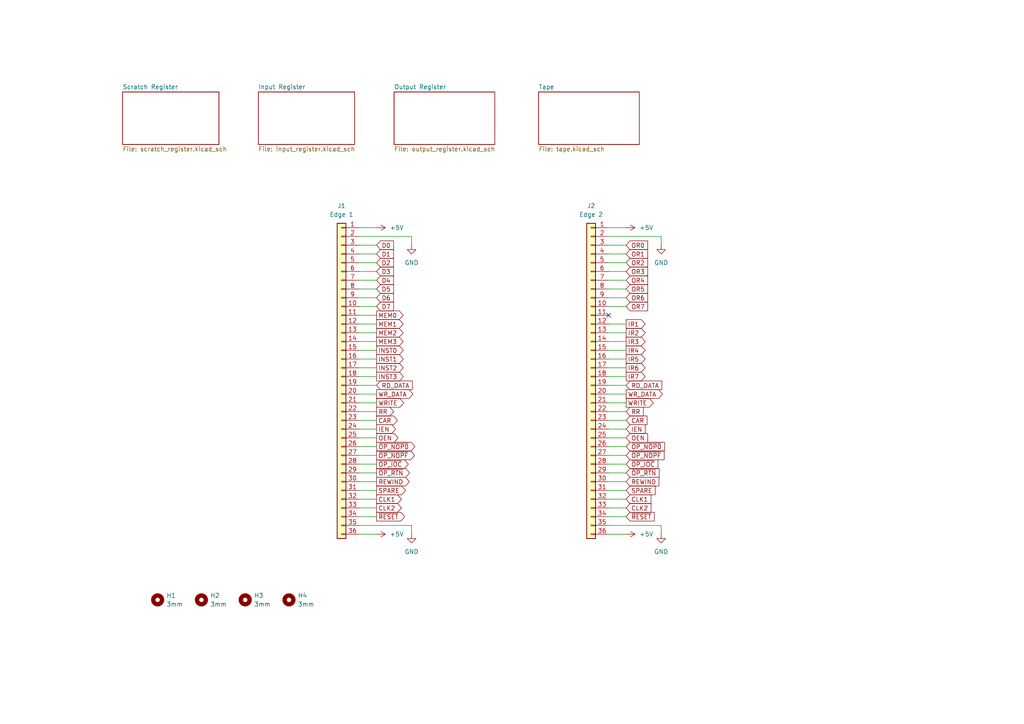
<source format=kicad_sch>
(kicad_sch (version 20231120) (generator "eeschema") (generator_version "8.0")
  (paper "A4")
  (title_block (title "UE1-TTL Memory Module") (date "2025") (rev "1") (comment 1 "Copyright (c) 2025 Rhys Weatherley") (comment 3 "Edge Connectors"))
  (lib_symbols
    (symbol "Connector_Generic:Conn_01x36" (pin_names (offset 1.016) hide)
      (property "Reference" "J" (at 0 45.72 0))
      (property "Value" "Conn_01x36" (at 0 -48.26 0))
      (symbol "Conn_01x36_1_1"
        (rectangle (start -1.27 -45.593) (end 0 -45.847) (stroke (width 0.1524)))
        (rectangle (start -1.27 -43.053) (end 0 -43.307) (stroke (width 0.1524)))
        (rectangle (start -1.27 -40.513) (end 0 -40.767) (stroke (width 0.1524)))
        (rectangle (start -1.27 -37.973) (end 0 -38.227) (stroke (width 0.1524)))
        (rectangle (start -1.27 -35.433) (end 0 -35.687) (stroke (width 0.1524)))
        (rectangle (start -1.27 -32.893) (end 0 -33.147) (stroke (width 0.1524)))
        (rectangle (start -1.27 -30.353) (end 0 -30.607) (stroke (width 0.1524)))
        (rectangle (start -1.27 -27.813) (end 0 -28.067) (stroke (width 0.1524)))
        (rectangle (start -1.27 -25.273) (end 0 -25.527) (stroke (width 0.1524)))
        (rectangle (start -1.27 -22.733) (end 0 -22.987) (stroke (width 0.1524)))
        (rectangle (start -1.27 -20.193) (end 0 -20.447) (stroke (width 0.1524)))
        (rectangle (start -1.27 -17.653) (end 0 -17.907) (stroke (width 0.1524)))
        (rectangle (start -1.27 -15.113) (end 0 -15.367) (stroke (width 0.1524)))
        (rectangle (start -1.27 -12.573) (end 0 -12.827) (stroke (width 0.1524)))
        (rectangle (start -1.27 -10.033) (end 0 -10.287) (stroke (width 0.1524)))
        (rectangle (start -1.27 -7.493) (end 0 -7.747) (stroke (width 0.1524)))
        (rectangle (start -1.27 -4.953) (end 0 -5.207) (stroke (width 0.1524)))
        (rectangle (start -1.27 -2.413) (end 0 -2.667) (stroke (width 0.1524)))
        (rectangle (start -1.27 0.127) (end 0 -0.127) (stroke (width 0.1524)))
        (rectangle (start -1.27 2.667) (end 0 2.413) (stroke (width 0.1524)))
        (rectangle (start -1.27 5.207) (end 0 4.953) (stroke (width 0.1524)))
        (rectangle (start -1.27 7.747) (end 0 7.493) (stroke (width 0.1524)))
        (rectangle (start -1.27 10.287) (end 0 10.033) (stroke (width 0.1524)))
        (rectangle (start -1.27 12.827) (end 0 12.573) (stroke (width 0.1524)))
        (rectangle (start -1.27 15.367) (end 0 15.113) (stroke (width 0.1524)))
        (rectangle (start -1.27 17.907) (end 0 17.653) (stroke (width 0.1524)))
        (rectangle (start -1.27 20.447) (end 0 20.193) (stroke (width 0.1524)))
        (rectangle (start -1.27 22.987) (end 0 22.733) (stroke (width 0.1524)))
        (rectangle (start -1.27 25.527) (end 0 25.273) (stroke (width 0.1524)))
        (rectangle (start -1.27 28.067) (end 0 27.813) (stroke (width 0.1524)))
        (rectangle (start -1.27 30.607) (end 0 30.353) (stroke (width 0.1524)))
        (rectangle (start -1.27 33.147) (end 0 32.893) (stroke (width 0.1524)))
        (rectangle (start -1.27 35.687) (end 0 35.433) (stroke (width 0.1524)))
        (rectangle (start -1.27 38.227) (end 0 37.973) (stroke (width 0.1524)))
        (rectangle (start -1.27 40.767) (end 0 40.513) (stroke (width 0.1524)))
        (rectangle (start -1.27 43.307) (end 0 43.053) (stroke (width 0.1524)))
        (rectangle (start -1.27 44.45) (end 1.27 -46.99) (stroke (width 0.254)) (fill (type background)))
        (pin passive line (at -5.08 43.18 0) (length 3.81) (name "Pin_1") (number "1"))
        (pin passive line (at -5.08 20.32 0) (length 3.81) (name "Pin_10") (number "10"))
        (pin passive line (at -5.08 17.78 0) (length 3.81) (name "Pin_11") (number "11"))
        (pin passive line (at -5.08 15.24 0) (length 3.81) (name "Pin_12") (number "12"))
        (pin passive line (at -5.08 12.7 0) (length 3.81) (name "Pin_13") (number "13"))
        (pin passive line (at -5.08 10.16 0) (length 3.81) (name "Pin_14") (number "14"))
        (pin passive line (at -5.08 7.62 0) (length 3.81) (name "Pin_15") (number "15"))
        (pin passive line (at -5.08 5.08 0) (length 3.81) (name "Pin_16") (number "16"))
        (pin passive line (at -5.08 2.54 0) (length 3.81) (name "Pin_17") (number "17"))
        (pin passive line (at -5.08 0 0) (length 3.81) (name "Pin_18") (number "18"))
        (pin passive line (at -5.08 -2.54 0) (length 3.81) (name "Pin_19") (number "19"))
        (pin passive line (at -5.08 40.64 0) (length 3.81) (name "Pin_2") (number "2"))
        (pin passive line (at -5.08 -5.08 0) (length 3.81) (name "Pin_20") (number "20"))
        (pin passive line (at -5.08 -7.62 0) (length 3.81) (name "Pin_21") (number "21"))
        (pin passive line (at -5.08 -10.16 0) (length 3.81) (name "Pin_22") (number "22"))
        (pin passive line (at -5.08 -12.7 0) (length 3.81) (name "Pin_23") (number "23"))
        (pin passive line (at -5.08 -15.24 0) (length 3.81) (name "Pin_24") (number "24"))
        (pin passive line (at -5.08 -17.78 0) (length 3.81) (name "Pin_25") (number "25"))
        (pin passive line (at -5.08 -20.32 0) (length 3.81) (name "Pin_26") (number "26"))
        (pin passive line (at -5.08 -22.86 0) (length 3.81) (name "Pin_27") (number "27"))
        (pin passive line (at -5.08 -25.4 0) (length 3.81) (name "Pin_28") (number "28"))
        (pin passive line (at -5.08 -27.94 0) (length 3.81) (name "Pin_29") (number "29"))
        (pin passive line (at -5.08 38.1 0) (length 3.81) (name "Pin_3") (number "3"))
        (pin passive line (at -5.08 -30.48 0) (length 3.81) (name "Pin_30") (number "30"))
        (pin passive line (at -5.08 -33.02 0) (length 3.81) (name "Pin_31") (number "31"))
        (pin passive line (at -5.08 -35.56 0) (length 3.81) (name "Pin_32") (number "32"))
        (pin passive line (at -5.08 -38.1 0) (length 3.81) (name "Pin_33") (number "33"))
        (pin passive line (at -5.08 -40.64 0) (length 3.81) (name "Pin_34") (number "34"))
        (pin passive line (at -5.08 -43.18 0) (length 3.81) (name "Pin_35") (number "35"))
        (pin passive line (at -5.08 -45.72 0) (length 3.81) (name "Pin_36") (number "36"))
        (pin passive line (at -5.08 35.56 0) (length 3.81) (name "Pin_4") (number "4"))
        (pin passive line (at -5.08 33.02 0) (length 3.81) (name "Pin_5") (number "5"))
        (pin passive line (at -5.08 30.48 0) (length 3.81) (name "Pin_6") (number "6"))
        (pin passive line (at -5.08 27.94 0) (length 3.81) (name "Pin_7") (number "7"))
        (pin passive line (at -5.08 25.4 0) (length 3.81) (name "Pin_8") (number "8"))
        (pin passive line (at -5.08 22.86 0) (length 3.81) (name "Pin_9") (number "9"))
      )
    )
    (symbol "Mechanical:MountingHole" (pin_names (offset 1.016)) (exclude_from_sim yes) (in_bom no)
      (property "Reference" "H" (at 0 5.08 0))
      (property "Value" "MountingHole" (at 0 3.175 0))
      (symbol "MountingHole_0_1"
        (circle (center 0 0) (radius 1.27) (stroke (width 1.27)))
      )
    )
    (symbol "power:+5V" (power) (pin_numbers hide) (pin_names (offset 0) hide)
      (property "Value" "+5V" (at 0 3.556 0))
      (symbol "+5V_0_1"
        (polyline (pts (xy -0.762 1.27) (xy 0 2.54)))
        (polyline (pts (xy 0 0) (xy 0 2.54)))
        (polyline (pts (xy 0 2.54) (xy 0.762 1.27)))
      )
      (symbol "+5V_1_1"
        (pin power_in line (at 0 0 90) (length 0) (name "~") (number "1"))
      )
    )
    (symbol "power:GND" (power) (pin_numbers hide) (pin_names (offset 0) hide)
      (property "Value" "GND" (at 0 -3.81 0))
      (symbol "GND_0_1"
        (polyline (pts (xy 0 0) (xy 0 -1.27) (xy 1.27 -1.27) (xy 0 -2.54) (xy -1.27 -1.27) (xy 0 -1.27)))
      )
      (symbol "GND_1_1"
        (pin power_in line (at 0 0 270) (length 0) (name "~") (number "1"))
      )
    )
  )
  (no_connect (at 176.53 91.44))
  (wire (pts (xy 104.14 81.28) (xy 109.22 81.28)))
  (wire (pts (xy 191.77 68.58) (xy 176.53 68.58)))
  (wire (pts (xy 104.14 132.08) (xy 109.22 132.08)))
  (wire (pts (xy 176.53 137.16) (xy 181.61 137.16)))
  (wire (pts (xy 176.53 127) (xy 181.61 127)))
  (wire (pts (xy 119.38 71.12) (xy 119.38 68.58)))
  (wire (pts (xy 176.53 93.98) (xy 181.61 93.98)))
  (wire (pts (xy 104.14 147.32) (xy 109.22 147.32)))
  (wire (pts (xy 176.53 71.12) (xy 181.61 71.12)))
  (wire (pts (xy 176.53 111.76) (xy 181.61 111.76)))
  (wire (pts (xy 104.14 76.2) (xy 109.22 76.2)))
  (wire (pts (xy 176.53 73.66) (xy 181.61 73.66)))
  (wire (pts (xy 176.53 109.22) (xy 181.61 109.22)))
  (wire (pts (xy 119.38 154.94) (xy 119.38 152.4)))
  (wire (pts (xy 176.53 134.62) (xy 181.61 134.62)))
  (wire (pts (xy 104.14 96.52) (xy 109.22 96.52)))
  (wire (pts (xy 176.53 139.7) (xy 181.61 139.7)))
  (wire (pts (xy 104.14 119.38) (xy 109.22 119.38)))
  (wire (pts (xy 104.14 93.98) (xy 109.22 93.98)))
  (wire (pts (xy 176.53 142.24) (xy 181.61 142.24)))
  (wire (pts (xy 104.14 129.54) (xy 109.22 129.54)))
  (wire (pts (xy 119.38 68.58) (xy 104.14 68.58)))
  (wire (pts (xy 176.53 78.74) (xy 181.61 78.74)))
  (wire (pts (xy 176.53 154.94) (xy 181.61 154.94)))
  (wire (pts (xy 119.38 152.4) (xy 104.14 152.4)))
  (wire (pts (xy 191.77 71.12) (xy 191.77 68.58)))
  (wire (pts (xy 104.14 66.04) (xy 109.22 66.04)))
  (wire (pts (xy 176.53 96.52) (xy 181.61 96.52)))
  (wire (pts (xy 104.14 71.12) (xy 109.22 71.12)))
  (wire (pts (xy 191.77 154.94) (xy 191.77 152.4)))
  (wire (pts (xy 176.53 106.68) (xy 181.61 106.68)))
  (wire (pts (xy 104.14 104.14) (xy 109.22 104.14)))
  (wire (pts (xy 176.53 144.78) (xy 181.61 144.78)))
  (wire (pts (xy 104.14 149.86) (xy 109.22 149.86)))
  (wire (pts (xy 176.53 88.9) (xy 181.61 88.9)))
  (wire (pts (xy 104.14 109.22) (xy 109.22 109.22)))
  (wire (pts (xy 104.14 134.62) (xy 109.22 134.62)))
  (wire (pts (xy 104.14 144.78) (xy 109.22 144.78)))
  (wire (pts (xy 176.53 147.32) (xy 181.61 147.32)))
  (wire (pts (xy 176.53 124.46) (xy 181.61 124.46)))
  (wire (pts (xy 104.14 116.84) (xy 109.22 116.84)))
  (wire (pts (xy 176.53 129.54) (xy 181.61 129.54)))
  (wire (pts (xy 176.53 76.2) (xy 181.61 76.2)))
  (wire (pts (xy 104.14 127) (xy 109.22 127)))
  (wire (pts (xy 104.14 139.7) (xy 109.22 139.7)))
  (wire (pts (xy 104.14 73.66) (xy 109.22 73.66)))
  (wire (pts (xy 176.53 99.06) (xy 181.61 99.06)))
  (wire (pts (xy 104.14 106.68) (xy 109.22 106.68)))
  (wire (pts (xy 104.14 124.46) (xy 109.22 124.46)))
  (wire (pts (xy 104.14 101.6) (xy 109.22 101.6)))
  (wire (pts (xy 176.53 101.6) (xy 181.61 101.6)))
  (wire (pts (xy 176.53 116.84) (xy 181.61 116.84)))
  (wire (pts (xy 176.53 81.28) (xy 181.61 81.28)))
  (wire (pts (xy 176.53 114.3) (xy 181.61 114.3)))
  (wire (pts (xy 104.14 111.76) (xy 109.22 111.76)))
  (wire (pts (xy 176.53 104.14) (xy 181.61 104.14)))
  (wire (pts (xy 176.53 149.86) (xy 181.61 149.86)))
  (wire (pts (xy 176.53 121.92) (xy 181.61 121.92)))
  (wire (pts (xy 104.14 88.9) (xy 109.22 88.9)))
  (wire (pts (xy 104.14 154.94) (xy 109.22 154.94)))
  (wire (pts (xy 176.53 86.36) (xy 181.61 86.36)))
  (wire (pts (xy 176.53 66.04) (xy 181.61 66.04)))
  (wire (pts (xy 176.53 119.38) (xy 181.61 119.38)))
  (wire (pts (xy 104.14 99.06) (xy 109.22 99.06)))
  (wire (pts (xy 104.14 91.44) (xy 109.22 91.44)))
  (wire (pts (xy 176.53 132.08) (xy 181.61 132.08)))
  (wire (pts (xy 191.77 152.4) (xy 176.53 152.4)))
  (wire (pts (xy 176.53 83.82) (xy 181.61 83.82)))
  (wire (pts (xy 104.14 86.36) (xy 109.22 86.36)))
  (wire (pts (xy 104.14 83.82) (xy 109.22 83.82)))
  (wire (pts (xy 104.14 121.92) (xy 109.22 121.92)))
  (wire (pts (xy 104.14 78.74) (xy 109.22 78.74)))
  (wire (pts (xy 104.14 114.3) (xy 109.22 114.3)))
  (wire (pts (xy 104.14 142.24) (xy 109.22 142.24)))
  (wire (pts (xy 104.14 137.16) (xy 109.22 137.16)))
  (global_label "CAR" (shape output) (at 109.22 121.92 0) (property "Intersheetrefs" "${INTERSHEET_REFS}" (effects (hide yes))))
  (global_label "OR6" (shape input) (at 181.61 86.36 0) (property "Intersheetrefs" "${INTERSHEET_REFS}" (effects (hide yes))))
  (global_label "WR_DATA" (shape output) (at 181.61 114.3 0) (property "Intersheetrefs" "${INTERSHEET_REFS}" (effects (hide yes))))
  (global_label "~{OP_IOC}" (shape input) (at 181.61 134.62 0) (property "Intersheetrefs" "${INTERSHEET_REFS}" (effects (hide yes))))
  (global_label "IR1" (shape output) (at 181.61 93.98 0) (property "Intersheetrefs" "${INTERSHEET_REFS}" (effects (hide yes))))
  (global_label "OR5" (shape input) (at 181.61 83.82 0) (property "Intersheetrefs" "${INTERSHEET_REFS}" (effects (hide yes))))
  (global_label "REWIND" (shape output) (at 109.22 139.7 0) (property "Intersheetrefs" "${INTERSHEET_REFS}" (effects (hide yes))))
  (global_label "~{OP_NOPF}" (shape output) (at 109.22 132.08 0) (property "Intersheetrefs" "${INTERSHEET_REFS}" (effects (hide yes))))
  (global_label "OR4" (shape input) (at 181.61 81.28 0) (property "Intersheetrefs" "${INTERSHEET_REFS}" (effects (hide yes))))
  (global_label "~{RESET}" (shape output) (at 109.22 149.86 0) (property "Intersheetrefs" "${INTERSHEET_REFS}" (effects (hide yes))))
  (global_label "OR0" (shape input) (at 181.61 71.12 0) (property "Intersheetrefs" "${INTERSHEET_REFS}" (effects (hide yes))))
  (global_label "OR2" (shape input) (at 181.61 76.2 0) (property "Intersheetrefs" "${INTERSHEET_REFS}" (effects (hide yes))))
  (global_label "D2" (shape input) (at 109.22 76.2 0) (property "Intersheetrefs" "${INTERSHEET_REFS}" (effects (hide yes))))
  (global_label "D4" (shape input) (at 109.22 81.28 0) (property "Intersheetrefs" "${INTERSHEET_REFS}" (effects (hide yes))))
  (global_label "RR" (shape output) (at 109.22 119.38 0) (property "Intersheetrefs" "${INTERSHEET_REFS}" (effects (hide yes))))
  (global_label "MEM1" (shape output) (at 109.22 93.98 0) (property "Intersheetrefs" "${INTERSHEET_REFS}" (effects (hide yes))))
  (global_label "IR2" (shape output) (at 181.61 96.52 0) (property "Intersheetrefs" "${INTERSHEET_REFS}" (effects (hide yes))))
  (global_label "OR3" (shape input) (at 181.61 78.74 0) (property "Intersheetrefs" "${INTERSHEET_REFS}" (effects (hide yes))))
  (global_label "INST0" (shape output) (at 109.22 101.6 0) (property "Intersheetrefs" "${INTERSHEET_REFS}" (effects (hide yes))))
  (global_label "OEN" (shape input) (at 181.61 127 0) (property "Intersheetrefs" "${INTERSHEET_REFS}" (effects (hide yes))))
  (global_label "~{RESET}" (shape input) (at 181.61 149.86 0) (property "Intersheetrefs" "${INTERSHEET_REFS}" (effects (hide yes))))
  (global_label "OR1" (shape input) (at 181.61 73.66 0) (property "Intersheetrefs" "${INTERSHEET_REFS}" (effects (hide yes))))
  (global_label "WR_DATA" (shape output) (at 109.22 114.3 0) (property "Intersheetrefs" "${INTERSHEET_REFS}" (effects (hide yes))))
  (global_label "CLK1" (shape output) (at 109.22 144.78 0) (property "Intersheetrefs" "${INTERSHEET_REFS}" (effects (hide yes))))
  (global_label "D7" (shape input) (at 109.22 88.9 0) (property "Intersheetrefs" "${INTERSHEET_REFS}" (effects (hide yes))))
  (global_label "IR3" (shape output) (at 181.61 99.06 0) (property "Intersheetrefs" "${INTERSHEET_REFS}" (effects (hide yes))))
  (global_label "IR7" (shape output) (at 181.61 109.22 0) (property "Intersheetrefs" "${INTERSHEET_REFS}" (effects (hide yes))))
  (global_label "CAR" (shape input) (at 181.61 121.92 0) (property "Intersheetrefs" "${INTERSHEET_REFS}" (effects (hide yes))))
  (global_label "D3" (shape input) (at 109.22 78.74 0) (property "Intersheetrefs" "${INTERSHEET_REFS}" (effects (hide yes))))
  (global_label "D1" (shape input) (at 109.22 73.66 0) (property "Intersheetrefs" "${INTERSHEET_REFS}" (effects (hide yes))))
  (global_label "IR4" (shape output) (at 181.61 101.6 0) (property "Intersheetrefs" "${INTERSHEET_REFS}" (effects (hide yes))))
  (global_label "RD_DATA" (shape input) (at 109.22 111.76 0) (property "Intersheetrefs" "${INTERSHEET_REFS}" (effects (hide yes))))
  (global_label "~{OP_NOPF}" (shape input) (at 181.61 132.08 0) (property "Intersheetrefs" "${INTERSHEET_REFS}" (effects (hide yes))))
  (global_label "SPARE" (shape output) (at 109.22 142.24 0) (property "Intersheetrefs" "${INTERSHEET_REFS}" (effects (hide yes))))
  (global_label "~{OP_NOP0}" (shape output) (at 109.22 129.54 0) (property "Intersheetrefs" "${INTERSHEET_REFS}" (effects (hide yes))))
  (global_label "D0" (shape input) (at 109.22 71.12 0) (property "Intersheetrefs" "${INTERSHEET_REFS}" (effects (hide yes))))
  (global_label "MEM0" (shape output) (at 109.22 91.44 0) (property "Intersheetrefs" "${INTERSHEET_REFS}" (effects (hide yes))))
  (global_label "IR5" (shape output) (at 181.61 104.14 0) (property "Intersheetrefs" "${INTERSHEET_REFS}" (effects (hide yes))))
  (global_label "MEM3" (shape output) (at 109.22 99.06 0) (property "Intersheetrefs" "${INTERSHEET_REFS}" (effects (hide yes))))
  (global_label "RR" (shape input) (at 181.61 119.38 0) (property "Intersheetrefs" "${INTERSHEET_REFS}" (effects (hide yes))))
  (global_label "~{OP_RTN}" (shape input) (at 181.61 137.16 0) (property "Intersheetrefs" "${INTERSHEET_REFS}" (effects (hide yes))))
  (global_label "IEN" (shape output) (at 109.22 124.46 0) (property "Intersheetrefs" "${INTERSHEET_REFS}" (effects (hide yes))))
  (global_label "IR6" (shape output) (at 181.61 106.68 0) (property "Intersheetrefs" "${INTERSHEET_REFS}" (effects (hide yes))))
  (global_label "~{OP_IOC}" (shape output) (at 109.22 134.62 0) (property "Intersheetrefs" "${INTERSHEET_REFS}" (effects (hide yes))))
  (global_label "CLK2" (shape output) (at 109.22 147.32 0) (property "Intersheetrefs" "${INTERSHEET_REFS}" (effects (hide yes))))
  (global_label "~{OP_NOP0}" (shape input) (at 181.61 129.54 0) (property "Intersheetrefs" "${INTERSHEET_REFS}" (effects (hide yes))))
  (global_label "RD_DATA" (shape input) (at 181.61 111.76 0) (property "Intersheetrefs" "${INTERSHEET_REFS}" (effects (hide yes))))
  (global_label "D5" (shape input) (at 109.22 83.82 0) (property "Intersheetrefs" "${INTERSHEET_REFS}" (effects (hide yes))))
  (global_label "SPARE" (shape input) (at 181.61 142.24 0) (property "Intersheetrefs" "${INTERSHEET_REFS}" (effects (hide yes))))
  (global_label "CLK2" (shape input) (at 181.61 147.32 0) (property "Intersheetrefs" "${INTERSHEET_REFS}" (effects (hide yes))))
  (global_label "INST3" (shape output) (at 109.22 109.22 0) (property "Intersheetrefs" "${INTERSHEET_REFS}" (effects (hide yes))))
  (global_label "D6" (shape input) (at 109.22 86.36 0) (property "Intersheetrefs" "${INTERSHEET_REFS}" (effects (hide yes))))
  (global_label "MEM2" (shape output) (at 109.22 96.52 0) (property "Intersheetrefs" "${INTERSHEET_REFS}" (effects (hide yes))))
  (global_label "OEN" (shape output) (at 109.22 127 0) (property "Intersheetrefs" "${INTERSHEET_REFS}" (effects (hide yes))))
  (global_label "OR7" (shape input) (at 181.61 88.9 0) (property "Intersheetrefs" "${INTERSHEET_REFS}" (effects (hide yes))))
  (global_label "WRITE" (shape output) (at 181.61 116.84 0) (property "Intersheetrefs" "${INTERSHEET_REFS}" (effects (hide yes))))
  (global_label "WRITE" (shape output) (at 109.22 116.84 0) (property "Intersheetrefs" "${INTERSHEET_REFS}" (effects (hide yes))))
  (global_label "REWIND" (shape input) (at 181.61 139.7 0) (property "Intersheetrefs" "${INTERSHEET_REFS}" (effects (hide yes))))
  (global_label "INST1" (shape output) (at 109.22 104.14 0) (property "Intersheetrefs" "${INTERSHEET_REFS}" (effects (hide yes))))
  (global_label "INST2" (shape output) (at 109.22 106.68 0) (property "Intersheetrefs" "${INTERSHEET_REFS}" (effects (hide yes))))
  (global_label "~{OP_RTN}" (shape output) (at 109.22 137.16 0) (property "Intersheetrefs" "${INTERSHEET_REFS}" (effects (hide yes))))
  (global_label "IEN" (shape input) (at 181.61 124.46 0) (property "Intersheetrefs" "${INTERSHEET_REFS}" (effects (hide yes))))
  (global_label "CLK1" (shape input) (at 181.61 144.78 0) (property "Intersheetrefs" "${INTERSHEET_REFS}" (effects (hide yes))))
  (symbol (lib_id "power:GND") (at 191.77 71.12 0) (unit 1)
    (property "Reference" "#PWR7" (effects (hide yes)))
    (property "Value" "GND" (at 191.77 76.2 0))
    (property "Description" "Power symbol creates a global label with name \"GND\" , ground" (effects (hide yes)))
  )
  (symbol (lib_id "power:+5V") (at 181.61 66.04 270) (unit 1)
    (property "Reference" "#PWR5" (effects (hide yes)))
    (property "Value" "+5V" (at 185.42 66.0399 90) (effects (justify left)))
    (property "Description" "Power symbol creates a global label with name \"+5V\"" (effects (hide yes)))
  )
  (symbol (lib_id "Connector_Generic:Conn_01x36") (at 99.06 109.22 0) (mirror y) (unit 1)
    (property "Reference" "J1" (at 99.06 59.69 0))
    (property "Value" "Edge 1" (at 99.06 62.23 0))
    (property "Footprint" "Connector_PinSocket_2.54mm:PinSocket_1x36_P2.54mm_Horizontal" (effects (hide yes)))
    (property "Description" "Generic connector, single row, 01x36, script generated (kicad-library-utils/schlib/autogen/connector/)" (effects (hide yes)))
  )
  (symbol (lib_id "Connector_Generic:Conn_01x36") (at 171.45 109.22 0) (mirror y) (unit 1)
    (property "Reference" "J2" (at 171.45 59.69 0))
    (property "Value" "Edge 2" (at 171.45 62.23 0))
    (property "Footprint" "Connector_PinHeader_2.54mm:PinHeader_1x36_P2.54mm_Horizontal" (effects (hide yes)))
    (property "Description" "Generic connector, single row, 01x36, script generated (kicad-library-utils/schlib/autogen/connector/)" (effects (hide yes)))
  )
  (symbol (lib_id "power:GND") (at 191.77 154.94 0) (unit 1)
    (property "Reference" "#PWR8" (effects (hide yes)))
    (property "Value" "GND" (at 191.77 160.02 0))
    (property "Description" "Power symbol creates a global label with name \"GND\" , ground" (effects (hide yes)))
  )
  (symbol (lib_id "power:GND") (at 119.38 71.12 0) (unit 1)
    (property "Reference" "#PWR3" (effects (hide yes)))
    (property "Value" "GND" (at 119.38 76.2 0))
    (property "Description" "Power symbol creates a global label with name \"GND\" , ground" (effects (hide yes)))
  )
  (symbol (lib_id "power:+5V") (at 109.22 66.04 270) (unit 1)
    (property "Reference" "#PWR1" (effects (hide yes)))
    (property "Value" "+5V" (at 113.03 66.0399 90) (effects (justify left)))
    (property "Description" "Power symbol creates a global label with name \"+5V\"" (effects (hide yes)))
  )
  (symbol (lib_id "Mechanical:MountingHole") (at 71.12 173.99 0) (unit 1) (exclude_from_sim yes) (in_bom no)
    (property "Reference" "H3" (at 73.66 172.7199 0) (effects (justify left)))
    (property "Value" "3mm" (at 73.66 175.2599 0) (effects (justify left)))
    (property "Footprint" "MountingHole:MountingHole_3mm" (effects (hide yes)))
    (property "Description" "Mounting Hole without connection" (effects (hide yes)))
  )
  (symbol (lib_id "power:GND") (at 119.38 154.94 0) (unit 1)
    (property "Reference" "#PWR4" (effects (hide yes)))
    (property "Value" "GND" (at 119.38 160.02 0))
    (property "Description" "Power symbol creates a global label with name \"GND\" , ground" (effects (hide yes)))
  )
  (symbol (lib_id "Mechanical:MountingHole") (at 45.72 173.99 0) (unit 1) (exclude_from_sim yes) (in_bom no)
    (property "Reference" "H1" (at 48.26 172.7199 0) (effects (justify left)))
    (property "Value" "3mm" (at 48.26 175.2599 0) (effects (justify left)))
    (property "Footprint" "MountingHole:MountingHole_3mm" (effects (hide yes)))
    (property "Description" "Mounting Hole without connection" (effects (hide yes)))
  )
  (symbol (lib_id "Mechanical:MountingHole") (at 83.82 173.99 0) (unit 1) (exclude_from_sim yes) (in_bom no)
    (property "Reference" "H4" (at 86.36 172.7199 0) (effects (justify left)))
    (property "Value" "3mm" (at 86.36 175.2599 0) (effects (justify left)))
    (property "Footprint" "MountingHole:MountingHole_3mm" (effects (hide yes)))
    (property "Description" "Mounting Hole without connection" (effects (hide yes)))
  )
  (symbol (lib_id "power:+5V") (at 181.61 154.94 270) (unit 1)
    (property "Reference" "#PWR6" (effects (hide yes)))
    (property "Value" "+5V" (at 185.42 154.9399 90) (effects (justify left)))
    (property "Description" "Power symbol creates a global label with name \"+5V\"" (effects (hide yes)))
  )
  (symbol (lib_id "power:+5V") (at 109.22 154.94 270) (unit 1)
    (property "Reference" "#PWR2" (effects (hide yes)))
    (property "Value" "+5V" (at 113.03 154.9399 90) (effects (justify left)))
    (property "Description" "Power symbol creates a global label with name \"+5V\"" (effects (hide yes)))
  )
  (symbol (lib_id "Mechanical:MountingHole") (at 58.42 173.99 0) (unit 1) (exclude_from_sim yes) (in_bom no)
    (property "Reference" "H2" (at 60.96 172.7199 0) (effects (justify left)))
    (property "Value" "3mm" (at 60.96 175.2599 0) (effects (justify left)))
    (property "Footprint" "MountingHole:MountingHole_3mm" (effects (hide yes)))
    (property "Description" "Mounting Hole without connection" (effects (hide yes)))
  )
  (sheet (at 74.93 26.67) (size 27.94 15.24) (stroke (width 0.1524))
    (property "Sheetname" "Input Register" (at 74.93 25.9584 0) (effects (justify left bottom)))
    (property "Sheetfile" "input_register.kicad_sch" (at 74.93 42.4946 0) (effects (justify left top)))
  )
  (sheet (at 114.3 26.67) (size 29.21 15.24) (stroke (width 0.1524))
    (property "Sheetname" "Output Register" (at 114.3 25.9584 0) (effects (justify left bottom)))
    (property "Sheetfile" "output_register.kicad_sch" (at 114.3 42.4946 0) (effects (justify left top)))
  )
  (sheet (at 35.56 26.67) (size 27.94 15.24) (stroke (width 0.1524))
    (property "Sheetname" "Scratch Register" (at 35.56 25.9584 0) (effects (justify left bottom)))
    (property "Sheetfile" "scratch_register.kicad_sch" (at 35.56 42.4946 0) (effects (justify left top)))
  )
  (sheet (at 156.21 26.67) (size 29.21 15.24) (stroke (width 0.1524))
    (property "Sheetname" "Tape" (at 156.21 25.9584 0) (effects (justify left bottom)))
    (property "Sheetfile" "tape.kicad_sch" (at 156.21 42.4946 0) (effects (justify left top)))
  )
)
</source>
